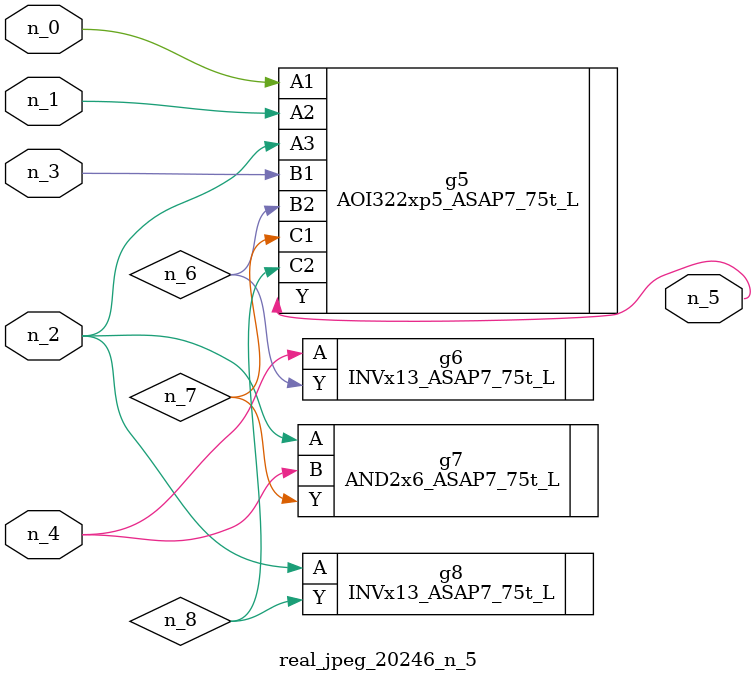
<source format=v>
module real_jpeg_20246_n_5 (n_4, n_0, n_1, n_2, n_3, n_5);

input n_4;
input n_0;
input n_1;
input n_2;
input n_3;

output n_5;

wire n_8;
wire n_6;
wire n_7;

AOI322xp5_ASAP7_75t_L g5 ( 
.A1(n_0),
.A2(n_1),
.A3(n_2),
.B1(n_3),
.B2(n_6),
.C1(n_7),
.C2(n_8),
.Y(n_5)
);

AND2x6_ASAP7_75t_L g7 ( 
.A(n_2),
.B(n_4),
.Y(n_7)
);

INVx13_ASAP7_75t_L g8 ( 
.A(n_2),
.Y(n_8)
);

INVx13_ASAP7_75t_L g6 ( 
.A(n_4),
.Y(n_6)
);


endmodule
</source>
